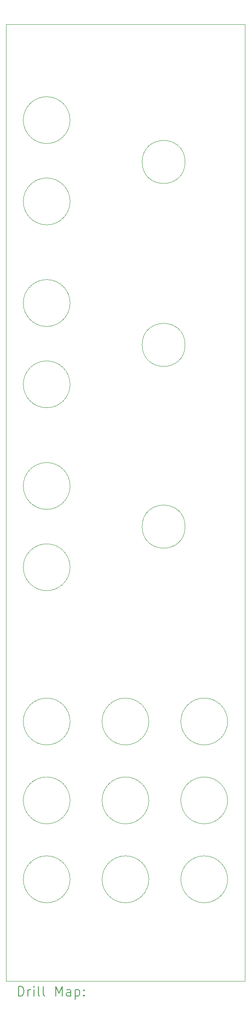
<source format=gbr>
%TF.GenerationSoftware,KiCad,Pcbnew,9.0.0*%
%TF.CreationDate,2025-03-15T22:48:22+01:00*%
%TF.ProjectId,DMH_Multiverter_Mk2_PANEL,444d485f-4d75-46c7-9469-766572746572,rev?*%
%TF.SameCoordinates,Original*%
%TF.FileFunction,Drillmap*%
%TF.FilePolarity,Positive*%
%FSLAX45Y45*%
G04 Gerber Fmt 4.5, Leading zero omitted, Abs format (unit mm)*
G04 Created by KiCad (PCBNEW 9.0.0) date 2025-03-15 22:48:22*
%MOMM*%
%LPD*%
G01*
G04 APERTURE LIST*
%ADD10C,0.050000*%
%ADD11C,0.200000*%
G04 APERTURE END LIST*
D10*
X5000000Y-3000000D02*
X10000000Y-3000000D01*
X10000000Y-23000000D01*
X5000000Y-23000000D01*
X5000000Y-3000000D01*
X6340000Y-19225000D02*
G75*
G02*
X5360000Y-19225000I-490000J0D01*
G01*
X5360000Y-19225000D02*
G75*
G02*
X6340000Y-19225000I490000J0D01*
G01*
X7990000Y-20875000D02*
G75*
G02*
X7010000Y-20875000I-490000J0D01*
G01*
X7010000Y-20875000D02*
G75*
G02*
X7990000Y-20875000I490000J0D01*
G01*
X6340000Y-14350000D02*
G75*
G02*
X5360000Y-14350000I-490000J0D01*
G01*
X5360000Y-14350000D02*
G75*
G02*
X6340000Y-14350000I490000J0D01*
G01*
X6340000Y-5000000D02*
G75*
G02*
X5360000Y-5000000I-490000J0D01*
G01*
X5360000Y-5000000D02*
G75*
G02*
X6340000Y-5000000I490000J0D01*
G01*
X9640000Y-17575000D02*
G75*
G02*
X8660000Y-17575000I-490000J0D01*
G01*
X8660000Y-17575000D02*
G75*
G02*
X9640000Y-17575000I490000J0D01*
G01*
X7990000Y-19225000D02*
G75*
G02*
X7010000Y-19225000I-490000J0D01*
G01*
X7010000Y-19225000D02*
G75*
G02*
X7990000Y-19225000I490000J0D01*
G01*
X6340000Y-8825000D02*
G75*
G02*
X5360000Y-8825000I-490000J0D01*
G01*
X5360000Y-8825000D02*
G75*
G02*
X6340000Y-8825000I490000J0D01*
G01*
X6340000Y-20875000D02*
G75*
G02*
X5360000Y-20875000I-490000J0D01*
G01*
X5360000Y-20875000D02*
G75*
G02*
X6340000Y-20875000I490000J0D01*
G01*
X8750000Y-9700000D02*
G75*
G02*
X7850000Y-9700000I-450000J0D01*
G01*
X7850000Y-9700000D02*
G75*
G02*
X8750000Y-9700000I450000J0D01*
G01*
X9640000Y-20875000D02*
G75*
G02*
X8660000Y-20875000I-490000J0D01*
G01*
X8660000Y-20875000D02*
G75*
G02*
X9640000Y-20875000I490000J0D01*
G01*
X7990000Y-17575000D02*
G75*
G02*
X7010000Y-17575000I-490000J0D01*
G01*
X7010000Y-17575000D02*
G75*
G02*
X7990000Y-17575000I490000J0D01*
G01*
X9640000Y-19225000D02*
G75*
G02*
X8660000Y-19225000I-490000J0D01*
G01*
X8660000Y-19225000D02*
G75*
G02*
X9640000Y-19225000I490000J0D01*
G01*
X6340000Y-12650000D02*
G75*
G02*
X5360000Y-12650000I-490000J0D01*
G01*
X5360000Y-12650000D02*
G75*
G02*
X6340000Y-12650000I490000J0D01*
G01*
X6340000Y-10525000D02*
G75*
G02*
X5360000Y-10525000I-490000J0D01*
G01*
X5360000Y-10525000D02*
G75*
G02*
X6340000Y-10525000I490000J0D01*
G01*
X8750000Y-5875000D02*
G75*
G02*
X7850000Y-5875000I-450000J0D01*
G01*
X7850000Y-5875000D02*
G75*
G02*
X8750000Y-5875000I450000J0D01*
G01*
X6340000Y-17575000D02*
G75*
G02*
X5360000Y-17575000I-490000J0D01*
G01*
X5360000Y-17575000D02*
G75*
G02*
X6340000Y-17575000I490000J0D01*
G01*
X6340000Y-6700000D02*
G75*
G02*
X5360000Y-6700000I-490000J0D01*
G01*
X5360000Y-6700000D02*
G75*
G02*
X6340000Y-6700000I490000J0D01*
G01*
X8750000Y-13500000D02*
G75*
G02*
X7850000Y-13500000I-450000J0D01*
G01*
X7850000Y-13500000D02*
G75*
G02*
X8750000Y-13500000I450000J0D01*
G01*
D11*
X5258277Y-23313984D02*
X5258277Y-23113984D01*
X5258277Y-23113984D02*
X5305896Y-23113984D01*
X5305896Y-23113984D02*
X5334467Y-23123508D01*
X5334467Y-23123508D02*
X5353515Y-23142555D01*
X5353515Y-23142555D02*
X5363039Y-23161603D01*
X5363039Y-23161603D02*
X5372563Y-23199698D01*
X5372563Y-23199698D02*
X5372563Y-23228269D01*
X5372563Y-23228269D02*
X5363039Y-23266365D01*
X5363039Y-23266365D02*
X5353515Y-23285412D01*
X5353515Y-23285412D02*
X5334467Y-23304460D01*
X5334467Y-23304460D02*
X5305896Y-23313984D01*
X5305896Y-23313984D02*
X5258277Y-23313984D01*
X5458277Y-23313984D02*
X5458277Y-23180650D01*
X5458277Y-23218746D02*
X5467801Y-23199698D01*
X5467801Y-23199698D02*
X5477324Y-23190174D01*
X5477324Y-23190174D02*
X5496372Y-23180650D01*
X5496372Y-23180650D02*
X5515420Y-23180650D01*
X5582086Y-23313984D02*
X5582086Y-23180650D01*
X5582086Y-23113984D02*
X5572563Y-23123508D01*
X5572563Y-23123508D02*
X5582086Y-23133031D01*
X5582086Y-23133031D02*
X5591610Y-23123508D01*
X5591610Y-23123508D02*
X5582086Y-23113984D01*
X5582086Y-23113984D02*
X5582086Y-23133031D01*
X5705896Y-23313984D02*
X5686848Y-23304460D01*
X5686848Y-23304460D02*
X5677324Y-23285412D01*
X5677324Y-23285412D02*
X5677324Y-23113984D01*
X5810658Y-23313984D02*
X5791610Y-23304460D01*
X5791610Y-23304460D02*
X5782086Y-23285412D01*
X5782086Y-23285412D02*
X5782086Y-23113984D01*
X6039229Y-23313984D02*
X6039229Y-23113984D01*
X6039229Y-23113984D02*
X6105896Y-23256841D01*
X6105896Y-23256841D02*
X6172562Y-23113984D01*
X6172562Y-23113984D02*
X6172562Y-23313984D01*
X6353515Y-23313984D02*
X6353515Y-23209222D01*
X6353515Y-23209222D02*
X6343991Y-23190174D01*
X6343991Y-23190174D02*
X6324943Y-23180650D01*
X6324943Y-23180650D02*
X6286848Y-23180650D01*
X6286848Y-23180650D02*
X6267801Y-23190174D01*
X6353515Y-23304460D02*
X6334467Y-23313984D01*
X6334467Y-23313984D02*
X6286848Y-23313984D01*
X6286848Y-23313984D02*
X6267801Y-23304460D01*
X6267801Y-23304460D02*
X6258277Y-23285412D01*
X6258277Y-23285412D02*
X6258277Y-23266365D01*
X6258277Y-23266365D02*
X6267801Y-23247317D01*
X6267801Y-23247317D02*
X6286848Y-23237793D01*
X6286848Y-23237793D02*
X6334467Y-23237793D01*
X6334467Y-23237793D02*
X6353515Y-23228269D01*
X6448753Y-23180650D02*
X6448753Y-23380650D01*
X6448753Y-23190174D02*
X6467801Y-23180650D01*
X6467801Y-23180650D02*
X6505896Y-23180650D01*
X6505896Y-23180650D02*
X6524943Y-23190174D01*
X6524943Y-23190174D02*
X6534467Y-23199698D01*
X6534467Y-23199698D02*
X6543991Y-23218746D01*
X6543991Y-23218746D02*
X6543991Y-23275888D01*
X6543991Y-23275888D02*
X6534467Y-23294936D01*
X6534467Y-23294936D02*
X6524943Y-23304460D01*
X6524943Y-23304460D02*
X6505896Y-23313984D01*
X6505896Y-23313984D02*
X6467801Y-23313984D01*
X6467801Y-23313984D02*
X6448753Y-23304460D01*
X6629705Y-23294936D02*
X6639229Y-23304460D01*
X6639229Y-23304460D02*
X6629705Y-23313984D01*
X6629705Y-23313984D02*
X6620182Y-23304460D01*
X6620182Y-23304460D02*
X6629705Y-23294936D01*
X6629705Y-23294936D02*
X6629705Y-23313984D01*
X6629705Y-23190174D02*
X6639229Y-23199698D01*
X6639229Y-23199698D02*
X6629705Y-23209222D01*
X6629705Y-23209222D02*
X6620182Y-23199698D01*
X6620182Y-23199698D02*
X6629705Y-23190174D01*
X6629705Y-23190174D02*
X6629705Y-23209222D01*
M02*

</source>
